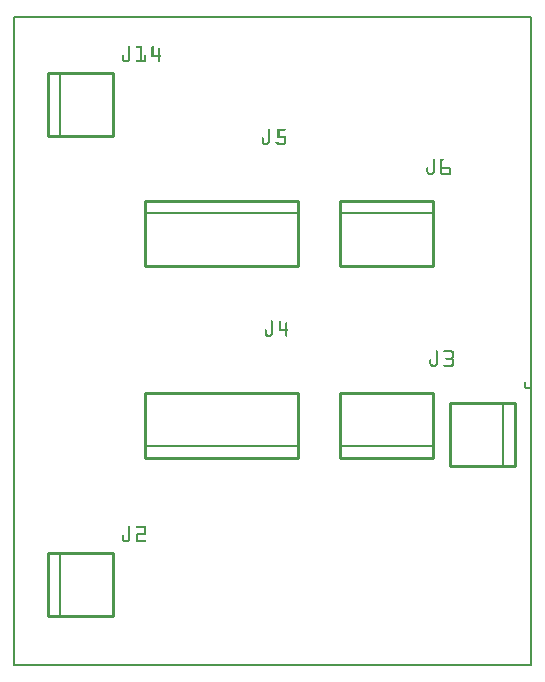
<source format=gto>
G04 MADE WITH FRITZING*
G04 WWW.FRITZING.ORG*
G04 DOUBLE SIDED*
G04 HOLES PLATED*
G04 CONTOUR ON CENTER OF CONTOUR VECTOR*
%ASAXBY*%
%FSLAX23Y23*%
%MOIN*%
%OFA0B0*%
%SFA1.0B1.0*%
%ADD10R,1.732280X2.165350X1.716280X2.149350*%
%ADD11C,0.008000*%
%ADD12C,0.010000*%
%ADD13C,0.005000*%
%ADD14R,0.001000X0.001000*%
%LNSILK1*%
G90*
G70*
G54D11*
X4Y2161D02*
X1728Y2161D01*
X1728Y4D01*
X4Y4D01*
X4Y2161D01*
D02*
G54D12*
X1456Y876D02*
X1456Y666D01*
D02*
X1456Y666D02*
X1672Y666D01*
D02*
X1672Y666D02*
X1672Y876D01*
D02*
X1672Y876D02*
X1456Y876D01*
G54D13*
D02*
X1632Y666D02*
X1632Y876D01*
G54D12*
D02*
X1089Y1333D02*
X1399Y1333D01*
D02*
X1399Y1333D02*
X1399Y1549D01*
D02*
X1399Y1549D02*
X1089Y1549D01*
D02*
X1089Y1549D02*
X1089Y1333D01*
G54D13*
D02*
X1399Y1509D02*
X1089Y1509D01*
G54D12*
D02*
X1399Y909D02*
X1089Y909D01*
D02*
X1089Y909D02*
X1089Y693D01*
D02*
X1089Y693D02*
X1399Y693D01*
D02*
X1399Y693D02*
X1399Y909D01*
G54D13*
D02*
X1089Y733D02*
X1399Y733D01*
G54D12*
D02*
X332Y1766D02*
X332Y1976D01*
D02*
X332Y1976D02*
X116Y1976D01*
D02*
X116Y1976D02*
X116Y1766D01*
D02*
X116Y1766D02*
X332Y1766D01*
G54D13*
D02*
X156Y1976D02*
X156Y1766D01*
G54D12*
D02*
X332Y166D02*
X332Y376D01*
D02*
X332Y376D02*
X116Y376D01*
D02*
X116Y376D02*
X116Y166D01*
D02*
X116Y166D02*
X332Y166D01*
G54D13*
D02*
X156Y376D02*
X156Y166D01*
G54D12*
D02*
X949Y909D02*
X439Y909D01*
D02*
X439Y909D02*
X439Y693D01*
D02*
X439Y693D02*
X949Y693D01*
D02*
X949Y693D02*
X949Y909D01*
G54D13*
D02*
X439Y733D02*
X949Y733D01*
G54D12*
D02*
X439Y1333D02*
X949Y1333D01*
D02*
X949Y1333D02*
X949Y1549D01*
D02*
X949Y1549D02*
X439Y1549D01*
D02*
X439Y1549D02*
X439Y1333D01*
G54D13*
D02*
X949Y1509D02*
X439Y1509D01*
G54D14*
X386Y2065D02*
X389Y2065D01*
X412Y2065D02*
X430Y2065D01*
X464Y2065D02*
X467Y2065D01*
X385Y2064D02*
X390Y2064D01*
X411Y2064D02*
X430Y2064D01*
X463Y2064D02*
X468Y2064D01*
X384Y2063D02*
X390Y2063D01*
X411Y2063D02*
X430Y2063D01*
X462Y2063D02*
X468Y2063D01*
X384Y2062D02*
X390Y2062D01*
X411Y2062D02*
X430Y2062D01*
X462Y2062D02*
X468Y2062D01*
X384Y2061D02*
X390Y2061D01*
X411Y2061D02*
X430Y2061D01*
X462Y2061D02*
X468Y2061D01*
X384Y2060D02*
X390Y2060D01*
X411Y2060D02*
X430Y2060D01*
X462Y2060D02*
X468Y2060D01*
X384Y2059D02*
X390Y2059D01*
X413Y2059D02*
X430Y2059D01*
X462Y2059D02*
X468Y2059D01*
X484Y2059D02*
X488Y2059D01*
X384Y2058D02*
X390Y2058D01*
X424Y2058D02*
X430Y2058D01*
X462Y2058D02*
X468Y2058D01*
X483Y2058D02*
X489Y2058D01*
X384Y2057D02*
X390Y2057D01*
X424Y2057D02*
X430Y2057D01*
X462Y2057D02*
X468Y2057D01*
X483Y2057D02*
X489Y2057D01*
X384Y2056D02*
X390Y2056D01*
X424Y2056D02*
X430Y2056D01*
X462Y2056D02*
X468Y2056D01*
X483Y2056D02*
X489Y2056D01*
X384Y2055D02*
X390Y2055D01*
X424Y2055D02*
X430Y2055D01*
X462Y2055D02*
X468Y2055D01*
X483Y2055D02*
X489Y2055D01*
X384Y2054D02*
X390Y2054D01*
X424Y2054D02*
X430Y2054D01*
X462Y2054D02*
X468Y2054D01*
X483Y2054D02*
X489Y2054D01*
X384Y2053D02*
X390Y2053D01*
X424Y2053D02*
X430Y2053D01*
X462Y2053D02*
X468Y2053D01*
X483Y2053D02*
X489Y2053D01*
X384Y2052D02*
X390Y2052D01*
X424Y2052D02*
X430Y2052D01*
X462Y2052D02*
X468Y2052D01*
X483Y2052D02*
X489Y2052D01*
X384Y2051D02*
X390Y2051D01*
X424Y2051D02*
X430Y2051D01*
X462Y2051D02*
X468Y2051D01*
X483Y2051D02*
X489Y2051D01*
X384Y2050D02*
X390Y2050D01*
X424Y2050D02*
X430Y2050D01*
X462Y2050D02*
X468Y2050D01*
X483Y2050D02*
X489Y2050D01*
X384Y2049D02*
X390Y2049D01*
X424Y2049D02*
X430Y2049D01*
X462Y2049D02*
X468Y2049D01*
X483Y2049D02*
X489Y2049D01*
X384Y2048D02*
X390Y2048D01*
X424Y2048D02*
X430Y2048D01*
X462Y2048D02*
X468Y2048D01*
X483Y2048D02*
X489Y2048D01*
X384Y2047D02*
X390Y2047D01*
X424Y2047D02*
X430Y2047D01*
X462Y2047D02*
X468Y2047D01*
X483Y2047D02*
X489Y2047D01*
X384Y2046D02*
X390Y2046D01*
X424Y2046D02*
X430Y2046D01*
X462Y2046D02*
X468Y2046D01*
X483Y2046D02*
X489Y2046D01*
X384Y2045D02*
X390Y2045D01*
X424Y2045D02*
X430Y2045D01*
X462Y2045D02*
X468Y2045D01*
X483Y2045D02*
X489Y2045D01*
X384Y2044D02*
X390Y2044D01*
X424Y2044D02*
X430Y2044D01*
X462Y2044D02*
X468Y2044D01*
X483Y2044D02*
X489Y2044D01*
X384Y2043D02*
X390Y2043D01*
X424Y2043D02*
X430Y2043D01*
X462Y2043D02*
X468Y2043D01*
X483Y2043D02*
X489Y2043D01*
X384Y2042D02*
X390Y2042D01*
X424Y2042D02*
X430Y2042D01*
X462Y2042D02*
X468Y2042D01*
X483Y2042D02*
X489Y2042D01*
X384Y2041D02*
X390Y2041D01*
X424Y2041D02*
X430Y2041D01*
X462Y2041D02*
X468Y2041D01*
X483Y2041D02*
X489Y2041D01*
X384Y2040D02*
X390Y2040D01*
X424Y2040D02*
X430Y2040D01*
X462Y2040D02*
X468Y2040D01*
X483Y2040D02*
X489Y2040D01*
X384Y2039D02*
X390Y2039D01*
X424Y2039D02*
X430Y2039D01*
X462Y2039D02*
X468Y2039D01*
X483Y2039D02*
X489Y2039D01*
X384Y2038D02*
X390Y2038D01*
X424Y2038D02*
X430Y2038D01*
X462Y2038D02*
X468Y2038D01*
X483Y2038D02*
X489Y2038D01*
X384Y2037D02*
X390Y2037D01*
X424Y2037D02*
X430Y2037D01*
X462Y2037D02*
X468Y2037D01*
X483Y2037D02*
X489Y2037D01*
X365Y2036D02*
X368Y2036D01*
X384Y2036D02*
X390Y2036D01*
X424Y2036D02*
X430Y2036D01*
X440Y2036D02*
X442Y2036D01*
X462Y2036D02*
X491Y2036D01*
X364Y2035D02*
X369Y2035D01*
X384Y2035D02*
X390Y2035D01*
X424Y2035D02*
X430Y2035D01*
X439Y2035D02*
X443Y2035D01*
X462Y2035D02*
X492Y2035D01*
X364Y2034D02*
X369Y2034D01*
X384Y2034D02*
X390Y2034D01*
X424Y2034D02*
X430Y2034D01*
X438Y2034D02*
X444Y2034D01*
X462Y2034D02*
X492Y2034D01*
X364Y2033D02*
X370Y2033D01*
X384Y2033D02*
X390Y2033D01*
X424Y2033D02*
X430Y2033D01*
X438Y2033D02*
X444Y2033D01*
X462Y2033D02*
X492Y2033D01*
X364Y2032D02*
X370Y2032D01*
X384Y2032D02*
X390Y2032D01*
X424Y2032D02*
X430Y2032D01*
X438Y2032D02*
X444Y2032D01*
X462Y2032D02*
X492Y2032D01*
X364Y2031D02*
X370Y2031D01*
X384Y2031D02*
X390Y2031D01*
X424Y2031D02*
X430Y2031D01*
X438Y2031D02*
X444Y2031D01*
X462Y2031D02*
X492Y2031D01*
X364Y2030D02*
X370Y2030D01*
X384Y2030D02*
X390Y2030D01*
X424Y2030D02*
X430Y2030D01*
X438Y2030D02*
X444Y2030D01*
X462Y2030D02*
X491Y2030D01*
X364Y2029D02*
X370Y2029D01*
X384Y2029D02*
X390Y2029D01*
X424Y2029D02*
X430Y2029D01*
X438Y2029D02*
X444Y2029D01*
X483Y2029D02*
X489Y2029D01*
X364Y2028D02*
X370Y2028D01*
X384Y2028D02*
X390Y2028D01*
X424Y2028D02*
X430Y2028D01*
X438Y2028D02*
X444Y2028D01*
X483Y2028D02*
X489Y2028D01*
X364Y2027D02*
X370Y2027D01*
X384Y2027D02*
X390Y2027D01*
X424Y2027D02*
X430Y2027D01*
X438Y2027D02*
X444Y2027D01*
X483Y2027D02*
X489Y2027D01*
X364Y2026D02*
X370Y2026D01*
X384Y2026D02*
X390Y2026D01*
X424Y2026D02*
X430Y2026D01*
X438Y2026D02*
X444Y2026D01*
X483Y2026D02*
X489Y2026D01*
X364Y2025D02*
X370Y2025D01*
X384Y2025D02*
X390Y2025D01*
X424Y2025D02*
X430Y2025D01*
X438Y2025D02*
X444Y2025D01*
X483Y2025D02*
X489Y2025D01*
X364Y2024D02*
X370Y2024D01*
X384Y2024D02*
X390Y2024D01*
X424Y2024D02*
X430Y2024D01*
X438Y2024D02*
X444Y2024D01*
X483Y2024D02*
X489Y2024D01*
X364Y2023D02*
X370Y2023D01*
X384Y2023D02*
X390Y2023D01*
X424Y2023D02*
X430Y2023D01*
X438Y2023D02*
X444Y2023D01*
X483Y2023D02*
X489Y2023D01*
X364Y2022D02*
X370Y2022D01*
X384Y2022D02*
X390Y2022D01*
X424Y2022D02*
X430Y2022D01*
X438Y2022D02*
X444Y2022D01*
X483Y2022D02*
X489Y2022D01*
X364Y2021D02*
X370Y2021D01*
X384Y2021D02*
X390Y2021D01*
X424Y2021D02*
X430Y2021D01*
X438Y2021D02*
X444Y2021D01*
X483Y2021D02*
X489Y2021D01*
X364Y2020D02*
X371Y2020D01*
X383Y2020D02*
X390Y2020D01*
X424Y2020D02*
X430Y2020D01*
X438Y2020D02*
X444Y2020D01*
X483Y2020D02*
X489Y2020D01*
X364Y2019D02*
X372Y2019D01*
X382Y2019D02*
X390Y2019D01*
X424Y2019D02*
X430Y2019D01*
X438Y2019D02*
X444Y2019D01*
X483Y2019D02*
X489Y2019D01*
X365Y2018D02*
X389Y2018D01*
X412Y2018D02*
X444Y2018D01*
X483Y2018D02*
X489Y2018D01*
X365Y2017D02*
X389Y2017D01*
X411Y2017D02*
X444Y2017D01*
X483Y2017D02*
X489Y2017D01*
X366Y2016D02*
X388Y2016D01*
X411Y2016D02*
X444Y2016D01*
X483Y2016D02*
X489Y2016D01*
X367Y2015D02*
X387Y2015D01*
X410Y2015D02*
X444Y2015D01*
X483Y2015D02*
X489Y2015D01*
X368Y2014D02*
X386Y2014D01*
X411Y2014D02*
X444Y2014D01*
X483Y2014D02*
X489Y2014D01*
X369Y2013D02*
X385Y2013D01*
X411Y2013D02*
X443Y2013D01*
X484Y2013D02*
X488Y2013D01*
X372Y2012D02*
X382Y2012D01*
X413Y2012D02*
X442Y2012D01*
X485Y2012D02*
X487Y2012D01*
X850Y1790D02*
X854Y1790D01*
X882Y1790D02*
X908Y1790D01*
X850Y1789D02*
X855Y1789D01*
X882Y1789D02*
X909Y1789D01*
X849Y1788D02*
X855Y1788D01*
X882Y1788D02*
X909Y1788D01*
X849Y1787D02*
X855Y1787D01*
X882Y1787D02*
X909Y1787D01*
X849Y1786D02*
X855Y1786D01*
X882Y1786D02*
X909Y1786D01*
X849Y1785D02*
X855Y1785D01*
X882Y1785D02*
X908Y1785D01*
X849Y1784D02*
X855Y1784D01*
X882Y1784D02*
X905Y1784D01*
X849Y1783D02*
X855Y1783D01*
X882Y1783D02*
X888Y1783D01*
X849Y1782D02*
X855Y1782D01*
X882Y1782D02*
X888Y1782D01*
X849Y1781D02*
X855Y1781D01*
X882Y1781D02*
X888Y1781D01*
X849Y1780D02*
X855Y1780D01*
X882Y1780D02*
X888Y1780D01*
X849Y1779D02*
X855Y1779D01*
X882Y1779D02*
X888Y1779D01*
X849Y1778D02*
X855Y1778D01*
X882Y1778D02*
X888Y1778D01*
X849Y1777D02*
X855Y1777D01*
X882Y1777D02*
X888Y1777D01*
X849Y1776D02*
X855Y1776D01*
X882Y1776D02*
X888Y1776D01*
X849Y1775D02*
X855Y1775D01*
X882Y1775D02*
X888Y1775D01*
X849Y1774D02*
X855Y1774D01*
X882Y1774D02*
X888Y1774D01*
X849Y1773D02*
X855Y1773D01*
X882Y1773D02*
X888Y1773D01*
X849Y1772D02*
X855Y1772D01*
X882Y1772D02*
X888Y1772D01*
X849Y1771D02*
X855Y1771D01*
X882Y1771D02*
X888Y1771D01*
X849Y1770D02*
X855Y1770D01*
X882Y1770D02*
X888Y1770D01*
X849Y1769D02*
X855Y1769D01*
X882Y1769D02*
X888Y1769D01*
X849Y1768D02*
X855Y1768D01*
X882Y1768D02*
X888Y1768D01*
X849Y1767D02*
X855Y1767D01*
X882Y1767D02*
X904Y1767D01*
X849Y1766D02*
X855Y1766D01*
X882Y1766D02*
X906Y1766D01*
X849Y1765D02*
X855Y1765D01*
X882Y1765D02*
X907Y1765D01*
X849Y1764D02*
X855Y1764D01*
X882Y1764D02*
X908Y1764D01*
X849Y1763D02*
X855Y1763D01*
X882Y1763D02*
X908Y1763D01*
X849Y1762D02*
X855Y1762D01*
X882Y1762D02*
X909Y1762D01*
X830Y1761D02*
X833Y1761D01*
X849Y1761D02*
X855Y1761D01*
X882Y1761D02*
X909Y1761D01*
X829Y1760D02*
X834Y1760D01*
X849Y1760D02*
X855Y1760D01*
X903Y1760D02*
X909Y1760D01*
X829Y1759D02*
X834Y1759D01*
X849Y1759D02*
X855Y1759D01*
X903Y1759D02*
X909Y1759D01*
X829Y1758D02*
X835Y1758D01*
X849Y1758D02*
X855Y1758D01*
X903Y1758D02*
X909Y1758D01*
X829Y1757D02*
X835Y1757D01*
X849Y1757D02*
X855Y1757D01*
X903Y1757D02*
X909Y1757D01*
X829Y1756D02*
X835Y1756D01*
X849Y1756D02*
X855Y1756D01*
X903Y1756D02*
X909Y1756D01*
X829Y1755D02*
X835Y1755D01*
X849Y1755D02*
X855Y1755D01*
X903Y1755D02*
X909Y1755D01*
X829Y1754D02*
X835Y1754D01*
X849Y1754D02*
X855Y1754D01*
X903Y1754D02*
X909Y1754D01*
X829Y1753D02*
X835Y1753D01*
X849Y1753D02*
X855Y1753D01*
X903Y1753D02*
X909Y1753D01*
X829Y1752D02*
X835Y1752D01*
X849Y1752D02*
X855Y1752D01*
X903Y1752D02*
X909Y1752D01*
X829Y1751D02*
X835Y1751D01*
X849Y1751D02*
X855Y1751D01*
X903Y1751D02*
X909Y1751D01*
X829Y1750D02*
X835Y1750D01*
X849Y1750D02*
X855Y1750D01*
X903Y1750D02*
X909Y1750D01*
X829Y1749D02*
X835Y1749D01*
X849Y1749D02*
X855Y1749D01*
X903Y1749D02*
X909Y1749D01*
X829Y1748D02*
X835Y1748D01*
X849Y1748D02*
X855Y1748D01*
X903Y1748D02*
X909Y1748D01*
X829Y1747D02*
X835Y1747D01*
X849Y1747D02*
X855Y1747D01*
X903Y1747D02*
X909Y1747D01*
X829Y1746D02*
X835Y1746D01*
X849Y1746D02*
X855Y1746D01*
X877Y1746D02*
X880Y1746D01*
X903Y1746D02*
X909Y1746D01*
X829Y1745D02*
X836Y1745D01*
X848Y1745D02*
X855Y1745D01*
X876Y1745D02*
X883Y1745D01*
X903Y1745D02*
X909Y1745D01*
X829Y1744D02*
X837Y1744D01*
X847Y1744D02*
X855Y1744D01*
X875Y1744D02*
X885Y1744D01*
X903Y1744D02*
X909Y1744D01*
X829Y1743D02*
X854Y1743D01*
X875Y1743D02*
X909Y1743D01*
X830Y1742D02*
X854Y1742D01*
X876Y1742D02*
X909Y1742D01*
X831Y1741D02*
X853Y1741D01*
X876Y1741D02*
X908Y1741D01*
X832Y1740D02*
X852Y1740D01*
X877Y1740D02*
X908Y1740D01*
X833Y1739D02*
X851Y1739D01*
X880Y1739D02*
X907Y1739D01*
X834Y1738D02*
X849Y1738D01*
X882Y1738D02*
X906Y1738D01*
X837Y1737D02*
X847Y1737D01*
X886Y1737D02*
X903Y1737D01*
X1429Y1691D02*
X1431Y1691D01*
X1400Y1690D02*
X1404Y1690D01*
X1426Y1690D02*
X1434Y1690D01*
X1400Y1689D02*
X1405Y1689D01*
X1426Y1689D02*
X1434Y1689D01*
X1399Y1688D02*
X1405Y1688D01*
X1425Y1688D02*
X1435Y1688D01*
X1399Y1687D02*
X1405Y1687D01*
X1425Y1687D02*
X1435Y1687D01*
X1399Y1686D02*
X1405Y1686D01*
X1425Y1686D02*
X1434Y1686D01*
X1399Y1685D02*
X1405Y1685D01*
X1425Y1685D02*
X1434Y1685D01*
X1399Y1684D02*
X1405Y1684D01*
X1425Y1684D02*
X1432Y1684D01*
X1399Y1683D02*
X1405Y1683D01*
X1425Y1683D02*
X1431Y1683D01*
X1399Y1682D02*
X1405Y1682D01*
X1425Y1682D02*
X1431Y1682D01*
X1399Y1681D02*
X1405Y1681D01*
X1425Y1681D02*
X1431Y1681D01*
X1399Y1680D02*
X1405Y1680D01*
X1425Y1680D02*
X1431Y1680D01*
X1399Y1679D02*
X1405Y1679D01*
X1425Y1679D02*
X1431Y1679D01*
X1399Y1678D02*
X1405Y1678D01*
X1425Y1678D02*
X1431Y1678D01*
X1399Y1677D02*
X1405Y1677D01*
X1425Y1677D02*
X1431Y1677D01*
X1399Y1676D02*
X1405Y1676D01*
X1425Y1676D02*
X1431Y1676D01*
X1399Y1675D02*
X1405Y1675D01*
X1425Y1675D02*
X1431Y1675D01*
X1399Y1674D02*
X1405Y1674D01*
X1425Y1674D02*
X1431Y1674D01*
X1399Y1673D02*
X1405Y1673D01*
X1425Y1673D02*
X1431Y1673D01*
X1399Y1672D02*
X1405Y1672D01*
X1425Y1672D02*
X1431Y1672D01*
X1399Y1671D02*
X1405Y1671D01*
X1425Y1671D02*
X1431Y1671D01*
X1399Y1670D02*
X1405Y1670D01*
X1425Y1670D02*
X1431Y1670D01*
X1399Y1669D02*
X1405Y1669D01*
X1425Y1669D02*
X1431Y1669D01*
X1399Y1668D02*
X1405Y1668D01*
X1425Y1668D02*
X1431Y1668D01*
X1399Y1667D02*
X1405Y1667D01*
X1425Y1667D02*
X1431Y1667D01*
X1399Y1666D02*
X1405Y1666D01*
X1425Y1666D02*
X1431Y1666D01*
X1399Y1665D02*
X1405Y1665D01*
X1425Y1665D02*
X1431Y1665D01*
X1399Y1664D02*
X1405Y1664D01*
X1425Y1664D02*
X1431Y1664D01*
X1399Y1663D02*
X1405Y1663D01*
X1425Y1663D02*
X1431Y1663D01*
X1399Y1662D02*
X1405Y1662D01*
X1425Y1662D02*
X1431Y1662D01*
X1380Y1661D02*
X1383Y1661D01*
X1399Y1661D02*
X1405Y1661D01*
X1425Y1661D02*
X1457Y1661D01*
X1379Y1660D02*
X1384Y1660D01*
X1399Y1660D02*
X1405Y1660D01*
X1425Y1660D02*
X1458Y1660D01*
X1379Y1659D02*
X1384Y1659D01*
X1399Y1659D02*
X1405Y1659D01*
X1425Y1659D02*
X1459Y1659D01*
X1378Y1658D02*
X1384Y1658D01*
X1399Y1658D02*
X1405Y1658D01*
X1425Y1658D02*
X1459Y1658D01*
X1378Y1657D02*
X1384Y1657D01*
X1399Y1657D02*
X1405Y1657D01*
X1425Y1657D02*
X1459Y1657D01*
X1378Y1656D02*
X1384Y1656D01*
X1399Y1656D02*
X1405Y1656D01*
X1425Y1656D02*
X1459Y1656D01*
X1378Y1655D02*
X1384Y1655D01*
X1399Y1655D02*
X1405Y1655D01*
X1425Y1655D02*
X1459Y1655D01*
X1378Y1654D02*
X1384Y1654D01*
X1399Y1654D02*
X1405Y1654D01*
X1425Y1654D02*
X1431Y1654D01*
X1453Y1654D02*
X1459Y1654D01*
X1378Y1653D02*
X1384Y1653D01*
X1399Y1653D02*
X1405Y1653D01*
X1425Y1653D02*
X1431Y1653D01*
X1453Y1653D02*
X1459Y1653D01*
X1378Y1652D02*
X1384Y1652D01*
X1399Y1652D02*
X1405Y1652D01*
X1425Y1652D02*
X1431Y1652D01*
X1453Y1652D02*
X1459Y1652D01*
X1378Y1651D02*
X1384Y1651D01*
X1399Y1651D02*
X1405Y1651D01*
X1425Y1651D02*
X1431Y1651D01*
X1453Y1651D02*
X1459Y1651D01*
X1378Y1650D02*
X1384Y1650D01*
X1399Y1650D02*
X1405Y1650D01*
X1425Y1650D02*
X1431Y1650D01*
X1453Y1650D02*
X1459Y1650D01*
X1378Y1649D02*
X1384Y1649D01*
X1399Y1649D02*
X1405Y1649D01*
X1425Y1649D02*
X1431Y1649D01*
X1453Y1649D02*
X1459Y1649D01*
X1378Y1648D02*
X1384Y1648D01*
X1399Y1648D02*
X1405Y1648D01*
X1425Y1648D02*
X1431Y1648D01*
X1453Y1648D02*
X1459Y1648D01*
X1378Y1647D02*
X1385Y1647D01*
X1399Y1647D02*
X1405Y1647D01*
X1425Y1647D02*
X1431Y1647D01*
X1453Y1647D02*
X1459Y1647D01*
X1379Y1646D02*
X1385Y1646D01*
X1399Y1646D02*
X1405Y1646D01*
X1425Y1646D02*
X1431Y1646D01*
X1453Y1646D02*
X1459Y1646D01*
X1379Y1645D02*
X1385Y1645D01*
X1398Y1645D02*
X1405Y1645D01*
X1425Y1645D02*
X1431Y1645D01*
X1453Y1645D02*
X1459Y1645D01*
X1379Y1644D02*
X1387Y1644D01*
X1396Y1644D02*
X1405Y1644D01*
X1425Y1644D02*
X1431Y1644D01*
X1453Y1644D02*
X1459Y1644D01*
X1379Y1643D02*
X1404Y1643D01*
X1425Y1643D02*
X1459Y1643D01*
X1380Y1642D02*
X1404Y1642D01*
X1425Y1642D02*
X1459Y1642D01*
X1381Y1641D02*
X1403Y1641D01*
X1425Y1641D02*
X1459Y1641D01*
X1382Y1640D02*
X1402Y1640D01*
X1425Y1640D02*
X1459Y1640D01*
X1383Y1639D02*
X1401Y1639D01*
X1426Y1639D02*
X1459Y1639D01*
X1384Y1638D02*
X1399Y1638D01*
X1426Y1638D02*
X1458Y1638D01*
X1387Y1637D02*
X1396Y1637D01*
X1428Y1637D02*
X1456Y1637D01*
X862Y1151D02*
X862Y1151D01*
X890Y1151D02*
X890Y1151D01*
X860Y1150D02*
X864Y1150D01*
X888Y1150D02*
X892Y1150D01*
X860Y1149D02*
X865Y1149D01*
X887Y1149D02*
X893Y1149D01*
X859Y1148D02*
X865Y1148D01*
X887Y1148D02*
X893Y1148D01*
X859Y1147D02*
X865Y1147D01*
X887Y1147D02*
X893Y1147D01*
X859Y1146D02*
X865Y1146D01*
X887Y1146D02*
X893Y1146D01*
X859Y1145D02*
X865Y1145D01*
X887Y1145D02*
X893Y1145D01*
X910Y1145D02*
X911Y1145D01*
X859Y1144D02*
X865Y1144D01*
X887Y1144D02*
X893Y1144D01*
X909Y1144D02*
X913Y1144D01*
X859Y1143D02*
X865Y1143D01*
X887Y1143D02*
X893Y1143D01*
X908Y1143D02*
X913Y1143D01*
X859Y1142D02*
X865Y1142D01*
X887Y1142D02*
X893Y1142D01*
X908Y1142D02*
X914Y1142D01*
X859Y1141D02*
X865Y1141D01*
X887Y1141D02*
X893Y1141D01*
X908Y1141D02*
X914Y1141D01*
X859Y1140D02*
X865Y1140D01*
X887Y1140D02*
X893Y1140D01*
X908Y1140D02*
X914Y1140D01*
X859Y1139D02*
X865Y1139D01*
X887Y1139D02*
X893Y1139D01*
X908Y1139D02*
X914Y1139D01*
X859Y1138D02*
X865Y1138D01*
X887Y1138D02*
X893Y1138D01*
X908Y1138D02*
X914Y1138D01*
X859Y1137D02*
X865Y1137D01*
X887Y1137D02*
X893Y1137D01*
X908Y1137D02*
X914Y1137D01*
X859Y1136D02*
X865Y1136D01*
X887Y1136D02*
X893Y1136D01*
X908Y1136D02*
X914Y1136D01*
X859Y1135D02*
X865Y1135D01*
X887Y1135D02*
X893Y1135D01*
X908Y1135D02*
X914Y1135D01*
X859Y1134D02*
X865Y1134D01*
X887Y1134D02*
X893Y1134D01*
X908Y1134D02*
X914Y1134D01*
X859Y1133D02*
X865Y1133D01*
X887Y1133D02*
X893Y1133D01*
X908Y1133D02*
X914Y1133D01*
X859Y1132D02*
X865Y1132D01*
X887Y1132D02*
X893Y1132D01*
X908Y1132D02*
X914Y1132D01*
X859Y1131D02*
X865Y1131D01*
X887Y1131D02*
X893Y1131D01*
X908Y1131D02*
X914Y1131D01*
X859Y1130D02*
X865Y1130D01*
X887Y1130D02*
X893Y1130D01*
X908Y1130D02*
X914Y1130D01*
X859Y1129D02*
X865Y1129D01*
X887Y1129D02*
X893Y1129D01*
X908Y1129D02*
X914Y1129D01*
X859Y1128D02*
X865Y1128D01*
X887Y1128D02*
X893Y1128D01*
X908Y1128D02*
X914Y1128D01*
X859Y1127D02*
X865Y1127D01*
X887Y1127D02*
X893Y1127D01*
X908Y1127D02*
X914Y1127D01*
X859Y1126D02*
X865Y1126D01*
X887Y1126D02*
X893Y1126D01*
X908Y1126D02*
X914Y1126D01*
X859Y1125D02*
X865Y1125D01*
X887Y1125D02*
X893Y1125D01*
X908Y1125D02*
X914Y1125D01*
X859Y1124D02*
X865Y1124D01*
X887Y1124D02*
X893Y1124D01*
X908Y1124D02*
X914Y1124D01*
X859Y1123D02*
X865Y1123D01*
X887Y1123D02*
X893Y1123D01*
X908Y1123D02*
X914Y1123D01*
X859Y1122D02*
X865Y1122D01*
X887Y1122D02*
X893Y1122D01*
X908Y1122D02*
X914Y1122D01*
X840Y1121D02*
X843Y1121D01*
X859Y1121D02*
X865Y1121D01*
X887Y1121D02*
X916Y1121D01*
X839Y1120D02*
X844Y1120D01*
X859Y1120D02*
X865Y1120D01*
X887Y1120D02*
X917Y1120D01*
X839Y1119D02*
X844Y1119D01*
X859Y1119D02*
X865Y1119D01*
X887Y1119D02*
X917Y1119D01*
X839Y1118D02*
X845Y1118D01*
X859Y1118D02*
X865Y1118D01*
X887Y1118D02*
X917Y1118D01*
X839Y1117D02*
X845Y1117D01*
X859Y1117D02*
X865Y1117D01*
X887Y1117D02*
X917Y1117D01*
X839Y1116D02*
X845Y1116D01*
X859Y1116D02*
X865Y1116D01*
X887Y1116D02*
X916Y1116D01*
X839Y1115D02*
X845Y1115D01*
X859Y1115D02*
X865Y1115D01*
X887Y1115D02*
X915Y1115D01*
X839Y1114D02*
X845Y1114D01*
X859Y1114D02*
X865Y1114D01*
X908Y1114D02*
X914Y1114D01*
X839Y1113D02*
X845Y1113D01*
X859Y1113D02*
X865Y1113D01*
X908Y1113D02*
X914Y1113D01*
X839Y1112D02*
X845Y1112D01*
X859Y1112D02*
X865Y1112D01*
X908Y1112D02*
X914Y1112D01*
X839Y1111D02*
X845Y1111D01*
X859Y1111D02*
X865Y1111D01*
X908Y1111D02*
X914Y1111D01*
X839Y1110D02*
X845Y1110D01*
X859Y1110D02*
X865Y1110D01*
X908Y1110D02*
X914Y1110D01*
X839Y1109D02*
X845Y1109D01*
X859Y1109D02*
X865Y1109D01*
X908Y1109D02*
X914Y1109D01*
X839Y1108D02*
X845Y1108D01*
X859Y1108D02*
X865Y1108D01*
X908Y1108D02*
X914Y1108D01*
X839Y1107D02*
X845Y1107D01*
X859Y1107D02*
X865Y1107D01*
X908Y1107D02*
X914Y1107D01*
X839Y1106D02*
X845Y1106D01*
X859Y1106D02*
X865Y1106D01*
X908Y1106D02*
X914Y1106D01*
X839Y1105D02*
X846Y1105D01*
X858Y1105D02*
X865Y1105D01*
X908Y1105D02*
X914Y1105D01*
X839Y1104D02*
X848Y1104D01*
X856Y1104D02*
X865Y1104D01*
X908Y1104D02*
X914Y1104D01*
X840Y1103D02*
X864Y1103D01*
X908Y1103D02*
X914Y1103D01*
X840Y1102D02*
X864Y1102D01*
X908Y1102D02*
X914Y1102D01*
X841Y1101D02*
X863Y1101D01*
X908Y1101D02*
X914Y1101D01*
X842Y1100D02*
X862Y1100D01*
X908Y1100D02*
X914Y1100D01*
X843Y1099D02*
X861Y1099D01*
X908Y1099D02*
X913Y1099D01*
X845Y1098D02*
X859Y1098D01*
X909Y1098D02*
X913Y1098D01*
X848Y1097D02*
X856Y1097D01*
X911Y1097D02*
X911Y1097D01*
X1412Y1051D02*
X1412Y1051D01*
X1438Y1051D02*
X1463Y1051D01*
X1410Y1050D02*
X1414Y1050D01*
X1436Y1050D02*
X1465Y1050D01*
X1409Y1049D02*
X1415Y1049D01*
X1436Y1049D02*
X1467Y1049D01*
X1409Y1048D02*
X1415Y1048D01*
X1435Y1048D02*
X1468Y1048D01*
X1409Y1047D02*
X1415Y1047D01*
X1435Y1047D02*
X1468Y1047D01*
X1409Y1046D02*
X1415Y1046D01*
X1436Y1046D02*
X1469Y1046D01*
X1409Y1045D02*
X1415Y1045D01*
X1436Y1045D02*
X1469Y1045D01*
X1409Y1044D02*
X1415Y1044D01*
X1462Y1044D02*
X1469Y1044D01*
X1409Y1043D02*
X1415Y1043D01*
X1463Y1043D02*
X1469Y1043D01*
X1409Y1042D02*
X1415Y1042D01*
X1463Y1042D02*
X1469Y1042D01*
X1409Y1041D02*
X1415Y1041D01*
X1463Y1041D02*
X1469Y1041D01*
X1409Y1040D02*
X1415Y1040D01*
X1463Y1040D02*
X1469Y1040D01*
X1409Y1039D02*
X1415Y1039D01*
X1463Y1039D02*
X1469Y1039D01*
X1409Y1038D02*
X1415Y1038D01*
X1463Y1038D02*
X1469Y1038D01*
X1409Y1037D02*
X1415Y1037D01*
X1463Y1037D02*
X1469Y1037D01*
X1409Y1036D02*
X1415Y1036D01*
X1463Y1036D02*
X1469Y1036D01*
X1409Y1035D02*
X1415Y1035D01*
X1463Y1035D02*
X1469Y1035D01*
X1409Y1034D02*
X1415Y1034D01*
X1463Y1034D02*
X1469Y1034D01*
X1409Y1033D02*
X1415Y1033D01*
X1463Y1033D02*
X1469Y1033D01*
X1409Y1032D02*
X1415Y1032D01*
X1463Y1032D02*
X1469Y1032D01*
X1409Y1031D02*
X1415Y1031D01*
X1463Y1031D02*
X1469Y1031D01*
X1409Y1030D02*
X1415Y1030D01*
X1463Y1030D02*
X1469Y1030D01*
X1409Y1029D02*
X1415Y1029D01*
X1462Y1029D02*
X1469Y1029D01*
X1409Y1028D02*
X1415Y1028D01*
X1461Y1028D02*
X1468Y1028D01*
X1409Y1027D02*
X1415Y1027D01*
X1444Y1027D02*
X1468Y1027D01*
X1409Y1026D02*
X1415Y1026D01*
X1443Y1026D02*
X1467Y1026D01*
X1409Y1025D02*
X1415Y1025D01*
X1442Y1025D02*
X1467Y1025D01*
X1409Y1024D02*
X1415Y1024D01*
X1442Y1024D02*
X1466Y1024D01*
X1409Y1023D02*
X1415Y1023D01*
X1442Y1023D02*
X1467Y1023D01*
X1409Y1022D02*
X1415Y1022D01*
X1443Y1022D02*
X1468Y1022D01*
X1390Y1021D02*
X1393Y1021D01*
X1409Y1021D02*
X1415Y1021D01*
X1444Y1021D02*
X1468Y1021D01*
X1389Y1020D02*
X1394Y1020D01*
X1409Y1020D02*
X1415Y1020D01*
X1461Y1020D02*
X1468Y1020D01*
X1389Y1019D02*
X1394Y1019D01*
X1409Y1019D02*
X1415Y1019D01*
X1462Y1019D02*
X1469Y1019D01*
X1388Y1018D02*
X1394Y1018D01*
X1409Y1018D02*
X1415Y1018D01*
X1463Y1018D02*
X1469Y1018D01*
X1388Y1017D02*
X1394Y1017D01*
X1409Y1017D02*
X1415Y1017D01*
X1463Y1017D02*
X1469Y1017D01*
X1388Y1016D02*
X1394Y1016D01*
X1409Y1016D02*
X1415Y1016D01*
X1463Y1016D02*
X1469Y1016D01*
X1388Y1015D02*
X1394Y1015D01*
X1409Y1015D02*
X1415Y1015D01*
X1463Y1015D02*
X1469Y1015D01*
X1388Y1014D02*
X1394Y1014D01*
X1409Y1014D02*
X1415Y1014D01*
X1463Y1014D02*
X1469Y1014D01*
X1388Y1013D02*
X1394Y1013D01*
X1409Y1013D02*
X1415Y1013D01*
X1463Y1013D02*
X1469Y1013D01*
X1388Y1012D02*
X1394Y1012D01*
X1409Y1012D02*
X1415Y1012D01*
X1463Y1012D02*
X1469Y1012D01*
X1388Y1011D02*
X1394Y1011D01*
X1409Y1011D02*
X1415Y1011D01*
X1463Y1011D02*
X1469Y1011D01*
X1388Y1010D02*
X1394Y1010D01*
X1409Y1010D02*
X1415Y1010D01*
X1463Y1010D02*
X1469Y1010D01*
X1388Y1009D02*
X1394Y1009D01*
X1409Y1009D02*
X1415Y1009D01*
X1463Y1009D02*
X1469Y1009D01*
X1388Y1008D02*
X1394Y1008D01*
X1409Y1008D02*
X1415Y1008D01*
X1463Y1008D02*
X1469Y1008D01*
X1388Y1007D02*
X1395Y1007D01*
X1409Y1007D02*
X1415Y1007D01*
X1463Y1007D02*
X1469Y1007D01*
X1389Y1006D02*
X1395Y1006D01*
X1409Y1006D02*
X1415Y1006D01*
X1463Y1006D02*
X1469Y1006D01*
X1389Y1005D02*
X1396Y1005D01*
X1408Y1005D02*
X1415Y1005D01*
X1463Y1005D02*
X1469Y1005D01*
X1389Y1004D02*
X1398Y1004D01*
X1406Y1004D02*
X1415Y1004D01*
X1462Y1004D02*
X1469Y1004D01*
X1389Y1003D02*
X1414Y1003D01*
X1436Y1003D02*
X1469Y1003D01*
X1390Y1002D02*
X1414Y1002D01*
X1436Y1002D02*
X1469Y1002D01*
X1391Y1001D02*
X1413Y1001D01*
X1435Y1001D02*
X1468Y1001D01*
X1392Y1000D02*
X1412Y1000D01*
X1435Y1000D02*
X1468Y1000D01*
X1393Y999D02*
X1411Y999D01*
X1436Y999D02*
X1467Y999D01*
X1394Y998D02*
X1409Y998D01*
X1436Y998D02*
X1465Y998D01*
X1398Y997D02*
X1405Y997D01*
X1438Y997D02*
X1462Y997D01*
X1727Y976D02*
X1727Y976D01*
X1725Y975D02*
X1729Y975D01*
X1724Y974D02*
X1730Y974D01*
X1724Y973D02*
X1730Y973D01*
X1724Y972D02*
X1730Y972D01*
X1724Y971D02*
X1730Y971D01*
X1724Y970D02*
X1730Y970D01*
X1724Y969D02*
X1730Y969D01*
X1724Y968D02*
X1730Y968D01*
X1724Y967D02*
X1730Y967D01*
X1724Y966D02*
X1730Y966D01*
X1724Y965D02*
X1730Y965D01*
X1724Y964D02*
X1730Y964D01*
X1724Y963D02*
X1730Y963D01*
X1724Y962D02*
X1730Y962D01*
X1724Y961D02*
X1730Y961D01*
X1724Y960D02*
X1730Y960D01*
X1724Y959D02*
X1730Y959D01*
X1724Y958D02*
X1730Y958D01*
X1724Y957D02*
X1730Y957D01*
X1724Y956D02*
X1730Y956D01*
X1724Y955D02*
X1730Y955D01*
X1724Y954D02*
X1730Y954D01*
X1724Y953D02*
X1730Y953D01*
X1724Y952D02*
X1730Y952D01*
X1724Y951D02*
X1730Y951D01*
X1724Y950D02*
X1730Y950D01*
X1724Y949D02*
X1730Y949D01*
X1724Y948D02*
X1730Y948D01*
X1724Y947D02*
X1730Y947D01*
X1705Y946D02*
X1708Y946D01*
X1724Y946D02*
X1730Y946D01*
X1704Y945D02*
X1709Y945D01*
X1724Y945D02*
X1730Y945D01*
X1704Y944D02*
X1709Y944D01*
X1724Y944D02*
X1730Y944D01*
X1703Y943D02*
X1709Y943D01*
X1724Y943D02*
X1730Y943D01*
X1703Y942D02*
X1709Y942D01*
X1724Y942D02*
X1730Y942D01*
X1703Y941D02*
X1709Y941D01*
X1724Y941D02*
X1730Y941D01*
X1703Y940D02*
X1709Y940D01*
X1724Y940D02*
X1730Y940D01*
X1703Y939D02*
X1709Y939D01*
X1724Y939D02*
X1730Y939D01*
X1703Y938D02*
X1709Y938D01*
X1724Y938D02*
X1730Y938D01*
X1703Y937D02*
X1709Y937D01*
X1724Y937D02*
X1730Y937D01*
X1703Y936D02*
X1709Y936D01*
X1724Y936D02*
X1730Y936D01*
X1703Y935D02*
X1709Y935D01*
X1724Y935D02*
X1730Y935D01*
X1703Y934D02*
X1709Y934D01*
X1724Y934D02*
X1730Y934D01*
X1703Y933D02*
X1709Y933D01*
X1724Y933D02*
X1730Y933D01*
X1703Y932D02*
X1710Y932D01*
X1724Y932D02*
X1730Y932D01*
X1704Y931D02*
X1710Y931D01*
X1724Y931D02*
X1730Y931D01*
X1704Y930D02*
X1711Y930D01*
X1723Y930D02*
X1730Y930D01*
X1704Y929D02*
X1713Y929D01*
X1721Y929D02*
X1730Y929D01*
X1704Y928D02*
X1729Y928D01*
X1705Y927D02*
X1729Y927D01*
X1706Y926D02*
X1728Y926D01*
X1707Y925D02*
X1727Y925D01*
X1708Y924D02*
X1726Y924D01*
X1709Y923D02*
X1724Y923D01*
X1713Y922D02*
X1720Y922D01*
X387Y466D02*
X388Y466D01*
X413Y466D02*
X439Y466D01*
X385Y465D02*
X389Y465D01*
X411Y465D02*
X441Y465D01*
X385Y464D02*
X390Y464D01*
X411Y464D02*
X442Y464D01*
X384Y463D02*
X390Y463D01*
X410Y463D02*
X443Y463D01*
X384Y462D02*
X390Y462D01*
X411Y462D02*
X443Y462D01*
X384Y461D02*
X390Y461D01*
X411Y461D02*
X444Y461D01*
X384Y460D02*
X390Y460D01*
X412Y460D02*
X444Y460D01*
X384Y459D02*
X390Y459D01*
X438Y459D02*
X444Y459D01*
X384Y458D02*
X390Y458D01*
X438Y458D02*
X444Y458D01*
X384Y457D02*
X390Y457D01*
X438Y457D02*
X444Y457D01*
X384Y456D02*
X390Y456D01*
X438Y456D02*
X444Y456D01*
X384Y455D02*
X390Y455D01*
X438Y455D02*
X444Y455D01*
X384Y454D02*
X390Y454D01*
X438Y454D02*
X444Y454D01*
X384Y453D02*
X390Y453D01*
X438Y453D02*
X444Y453D01*
X384Y452D02*
X390Y452D01*
X438Y452D02*
X444Y452D01*
X384Y451D02*
X390Y451D01*
X438Y451D02*
X444Y451D01*
X384Y450D02*
X390Y450D01*
X438Y450D02*
X444Y450D01*
X384Y449D02*
X390Y449D01*
X438Y449D02*
X444Y449D01*
X384Y448D02*
X390Y448D01*
X438Y448D02*
X444Y448D01*
X384Y447D02*
X390Y447D01*
X438Y447D02*
X444Y447D01*
X384Y446D02*
X390Y446D01*
X438Y446D02*
X444Y446D01*
X384Y445D02*
X390Y445D01*
X438Y445D02*
X444Y445D01*
X384Y444D02*
X390Y444D01*
X438Y444D02*
X444Y444D01*
X384Y443D02*
X390Y443D01*
X438Y443D02*
X444Y443D01*
X384Y442D02*
X390Y442D01*
X415Y442D02*
X444Y442D01*
X384Y441D02*
X390Y441D01*
X413Y441D02*
X444Y441D01*
X384Y440D02*
X390Y440D01*
X412Y440D02*
X443Y440D01*
X384Y439D02*
X390Y439D01*
X411Y439D02*
X443Y439D01*
X384Y438D02*
X390Y438D01*
X411Y438D02*
X442Y438D01*
X384Y437D02*
X390Y437D01*
X411Y437D02*
X441Y437D01*
X365Y436D02*
X368Y436D01*
X384Y436D02*
X390Y436D01*
X410Y436D02*
X439Y436D01*
X364Y435D02*
X369Y435D01*
X384Y435D02*
X390Y435D01*
X410Y435D02*
X416Y435D01*
X364Y434D02*
X369Y434D01*
X384Y434D02*
X390Y434D01*
X410Y434D02*
X416Y434D01*
X364Y433D02*
X370Y433D01*
X384Y433D02*
X390Y433D01*
X410Y433D02*
X416Y433D01*
X364Y432D02*
X370Y432D01*
X384Y432D02*
X390Y432D01*
X410Y432D02*
X416Y432D01*
X364Y431D02*
X370Y431D01*
X384Y431D02*
X390Y431D01*
X410Y431D02*
X416Y431D01*
X364Y430D02*
X370Y430D01*
X384Y430D02*
X390Y430D01*
X410Y430D02*
X416Y430D01*
X364Y429D02*
X370Y429D01*
X384Y429D02*
X390Y429D01*
X410Y429D02*
X416Y429D01*
X364Y428D02*
X370Y428D01*
X384Y428D02*
X390Y428D01*
X410Y428D02*
X416Y428D01*
X364Y427D02*
X370Y427D01*
X384Y427D02*
X390Y427D01*
X410Y427D02*
X416Y427D01*
X364Y426D02*
X370Y426D01*
X384Y426D02*
X390Y426D01*
X410Y426D02*
X416Y426D01*
X364Y425D02*
X370Y425D01*
X384Y425D02*
X390Y425D01*
X410Y425D02*
X416Y425D01*
X364Y424D02*
X370Y424D01*
X384Y424D02*
X390Y424D01*
X410Y424D02*
X416Y424D01*
X364Y423D02*
X370Y423D01*
X384Y423D02*
X390Y423D01*
X410Y423D02*
X416Y423D01*
X364Y422D02*
X370Y422D01*
X384Y422D02*
X390Y422D01*
X410Y422D02*
X416Y422D01*
X364Y421D02*
X370Y421D01*
X384Y421D02*
X390Y421D01*
X410Y421D02*
X416Y421D01*
X364Y420D02*
X371Y420D01*
X383Y420D02*
X390Y420D01*
X410Y420D02*
X416Y420D01*
X364Y419D02*
X390Y419D01*
X410Y419D02*
X441Y419D01*
X365Y418D02*
X389Y418D01*
X410Y418D02*
X443Y418D01*
X365Y417D02*
X389Y417D01*
X410Y417D02*
X444Y417D01*
X366Y416D02*
X388Y416D01*
X410Y416D02*
X444Y416D01*
X367Y415D02*
X387Y415D01*
X410Y415D02*
X444Y415D01*
X368Y414D02*
X386Y414D01*
X410Y414D02*
X444Y414D01*
X370Y413D02*
X384Y413D01*
X410Y413D02*
X443Y413D01*
D02*
G04 End of Silk1*
M02*
</source>
